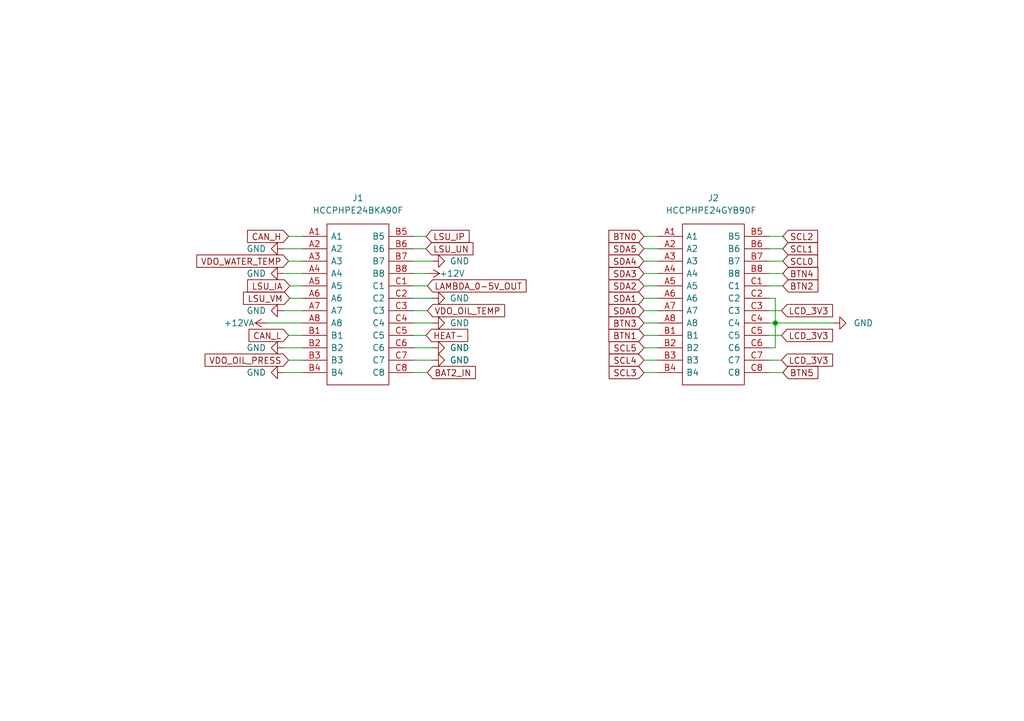
<source format=kicad_sch>
(kicad_sch (version 20230121) (generator eeschema)

  (uuid fdb948e6-9504-4da0-8c11-e12c33315081)

  (paper "A5")

  (title_block
    (title "\"MicroKI\" - Digitale Zusatzanzeigen")
    (date "2023-12-09")
    (rev "P1.1")
    (company "Sascha Werblow aka. LitoWelt")
    (comment 1 "www.github.com/Xilent2010/MicroKI")
    (comment 2 "www.facebook.com/litowelt")
    (comment 3 "www.instagram.com/litowelt")
  )

  (lib_symbols
    (symbol "SamacSys_Parts:HCCPHPE24BKA90F" (pin_names (offset 0.762)) (in_bom yes) (on_board yes)
      (property "Reference" "J" (at 19.05 7.62 0)
        (effects (font (size 1.27 1.27)) (justify left))
      )
      (property "Value" "HCCPHPE24BKA90F" (at 19.05 5.08 0)
        (effects (font (size 1.27 1.27)) (justify left))
      )
      (property "Footprint" "HCCPHPE24BKA90F" (at 19.05 2.54 0)
        (effects (font (size 1.27 1.27)) (justify left) hide)
      )
      (property "Datasheet" "https://componentsearchengine.com/Datasheets/1/HCCPHPE24BKA90F.pdf" (at 19.05 0 0)
        (effects (font (size 1.27 1.27)) (justify left) hide)
      )
      (property "Description" "Automotive Connectors 24 WAY PIN HEADER" (at 19.05 -2.54 0)
        (effects (font (size 1.27 1.27)) (justify left) hide)
      )
      (property "Height" "27" (at 19.05 -5.08 0)
        (effects (font (size 1.27 1.27)) (justify left) hide)
      )
      (property "Mouser Part Number" "649-HCCPHPE24BKA90F" (at 19.05 -7.62 0)
        (effects (font (size 1.27 1.27)) (justify left) hide)
      )
      (property "Mouser Price/Stock" "https://www.mouser.co.uk/ProductDetail/Aptiv-formerly-Delphi/HCCPHPE24BKA90F?qs=HumNWfwekiHLtOzWAlzo4Q%3D%3D" (at 19.05 -10.16 0)
        (effects (font (size 1.27 1.27)) (justify left) hide)
      )
      (property "Manufacturer_Name" "Delphi" (at 19.05 -12.7 0)
        (effects (font (size 1.27 1.27)) (justify left) hide)
      )
      (property "Manufacturer_Part_Number" "HCCPHPE24BKA90F" (at 19.05 -15.24 0)
        (effects (font (size 1.27 1.27)) (justify left) hide)
      )
      (property "ki_description" "Automotive Connectors 24 WAY PIN HEADER" (at 0 0 0)
        (effects (font (size 1.27 1.27)) hide)
      )
      (symbol "HCCPHPE24BKA90F_0_0"
        (pin passive line (at 0 0 0) (length 5.08)
          (name "A1" (effects (font (size 1.27 1.27))))
          (number "A1" (effects (font (size 1.27 1.27))))
        )
        (pin passive line (at 0 -2.54 0) (length 5.08)
          (name "A2" (effects (font (size 1.27 1.27))))
          (number "A2" (effects (font (size 1.27 1.27))))
        )
        (pin passive line (at 0 -5.08 0) (length 5.08)
          (name "A3" (effects (font (size 1.27 1.27))))
          (number "A3" (effects (font (size 1.27 1.27))))
        )
        (pin passive line (at 0 -7.62 0) (length 5.08)
          (name "A4" (effects (font (size 1.27 1.27))))
          (number "A4" (effects (font (size 1.27 1.27))))
        )
        (pin passive line (at 0 -10.16 0) (length 5.08)
          (name "A5" (effects (font (size 1.27 1.27))))
          (number "A5" (effects (font (size 1.27 1.27))))
        )
        (pin passive line (at 0 -12.7 0) (length 5.08)
          (name "A6" (effects (font (size 1.27 1.27))))
          (number "A6" (effects (font (size 1.27 1.27))))
        )
        (pin passive line (at 0 -15.24 0) (length 5.08)
          (name "A7" (effects (font (size 1.27 1.27))))
          (number "A7" (effects (font (size 1.27 1.27))))
        )
        (pin passive line (at 0 -17.78 0) (length 5.08)
          (name "A8" (effects (font (size 1.27 1.27))))
          (number "A8" (effects (font (size 1.27 1.27))))
        )
        (pin passive line (at 0 -20.32 0) (length 5.08)
          (name "B1" (effects (font (size 1.27 1.27))))
          (number "B1" (effects (font (size 1.27 1.27))))
        )
        (pin passive line (at 0 -22.86 0) (length 5.08)
          (name "B2" (effects (font (size 1.27 1.27))))
          (number "B2" (effects (font (size 1.27 1.27))))
        )
        (pin passive line (at 0 -25.4 0) (length 5.08)
          (name "B3" (effects (font (size 1.27 1.27))))
          (number "B3" (effects (font (size 1.27 1.27))))
        )
        (pin passive line (at 0 -27.94 0) (length 5.08)
          (name "B4" (effects (font (size 1.27 1.27))))
          (number "B4" (effects (font (size 1.27 1.27))))
        )
        (pin passive line (at 22.86 0 180) (length 5.08)
          (name "B5" (effects (font (size 1.27 1.27))))
          (number "B5" (effects (font (size 1.27 1.27))))
        )
        (pin passive line (at 22.86 -2.54 180) (length 5.08)
          (name "B6" (effects (font (size 1.27 1.27))))
          (number "B6" (effects (font (size 1.27 1.27))))
        )
        (pin passive line (at 22.86 -5.08 180) (length 5.08)
          (name "B7" (effects (font (size 1.27 1.27))))
          (number "B7" (effects (font (size 1.27 1.27))))
        )
        (pin passive line (at 22.86 -7.62 180) (length 5.08)
          (name "B8" (effects (font (size 1.27 1.27))))
          (number "B8" (effects (font (size 1.27 1.27))))
        )
        (pin passive line (at 22.86 -10.16 180) (length 5.08)
          (name "C1" (effects (font (size 1.27 1.27))))
          (number "C1" (effects (font (size 1.27 1.27))))
        )
        (pin passive line (at 22.86 -12.7 180) (length 5.08)
          (name "C2" (effects (font (size 1.27 1.27))))
          (number "C2" (effects (font (size 1.27 1.27))))
        )
        (pin passive line (at 22.86 -15.24 180) (length 5.08)
          (name "C3" (effects (font (size 1.27 1.27))))
          (number "C3" (effects (font (size 1.27 1.27))))
        )
        (pin passive line (at 22.86 -17.78 180) (length 5.08)
          (name "C4" (effects (font (size 1.27 1.27))))
          (number "C4" (effects (font (size 1.27 1.27))))
        )
        (pin passive line (at 22.86 -20.32 180) (length 5.08)
          (name "C5" (effects (font (size 1.27 1.27))))
          (number "C5" (effects (font (size 1.27 1.27))))
        )
        (pin passive line (at 22.86 -22.86 180) (length 5.08)
          (name "C6" (effects (font (size 1.27 1.27))))
          (number "C6" (effects (font (size 1.27 1.27))))
        )
        (pin passive line (at 22.86 -25.4 180) (length 5.08)
          (name "C7" (effects (font (size 1.27 1.27))))
          (number "C7" (effects (font (size 1.27 1.27))))
        )
        (pin passive line (at 22.86 -27.94 180) (length 5.08)
          (name "C8" (effects (font (size 1.27 1.27))))
          (number "C8" (effects (font (size 1.27 1.27))))
        )
      )
      (symbol "HCCPHPE24BKA90F_0_1"
        (polyline
          (pts
            (xy 5.08 2.54)
            (xy 17.78 2.54)
            (xy 17.78 -30.48)
            (xy 5.08 -30.48)
            (xy 5.08 2.54)
          )
          (stroke (width 0.1524) (type solid))
          (fill (type none))
        )
      )
    )
    (symbol "power:+12V" (power) (pin_names (offset 0)) (in_bom yes) (on_board yes)
      (property "Reference" "#PWR" (at 0 -3.81 0)
        (effects (font (size 1.27 1.27)) hide)
      )
      (property "Value" "+12V" (at 0 3.556 0)
        (effects (font (size 1.27 1.27)))
      )
      (property "Footprint" "" (at 0 0 0)
        (effects (font (size 1.27 1.27)) hide)
      )
      (property "Datasheet" "" (at 0 0 0)
        (effects (font (size 1.27 1.27)) hide)
      )
      (property "ki_keywords" "global power" (at 0 0 0)
        (effects (font (size 1.27 1.27)) hide)
      )
      (property "ki_description" "Power symbol creates a global label with name \"+12V\"" (at 0 0 0)
        (effects (font (size 1.27 1.27)) hide)
      )
      (symbol "+12V_0_1"
        (polyline
          (pts
            (xy -0.762 1.27)
            (xy 0 2.54)
          )
          (stroke (width 0) (type default))
          (fill (type none))
        )
        (polyline
          (pts
            (xy 0 0)
            (xy 0 2.54)
          )
          (stroke (width 0) (type default))
          (fill (type none))
        )
        (polyline
          (pts
            (xy 0 2.54)
            (xy 0.762 1.27)
          )
          (stroke (width 0) (type default))
          (fill (type none))
        )
      )
      (symbol "+12V_1_1"
        (pin power_in line (at 0 0 90) (length 0) hide
          (name "+12V" (effects (font (size 1.27 1.27))))
          (number "1" (effects (font (size 1.27 1.27))))
        )
      )
    )
    (symbol "power:+12VA" (power) (pin_names (offset 0)) (in_bom yes) (on_board yes)
      (property "Reference" "#PWR" (at 0 -3.81 0)
        (effects (font (size 1.27 1.27)) hide)
      )
      (property "Value" "+12VA" (at 0 3.556 0)
        (effects (font (size 1.27 1.27)))
      )
      (property "Footprint" "" (at 0 0 0)
        (effects (font (size 1.27 1.27)) hide)
      )
      (property "Datasheet" "" (at 0 0 0)
        (effects (font (size 1.27 1.27)) hide)
      )
      (property "ki_keywords" "global power" (at 0 0 0)
        (effects (font (size 1.27 1.27)) hide)
      )
      (property "ki_description" "Power symbol creates a global label with name \"+12VA\"" (at 0 0 0)
        (effects (font (size 1.27 1.27)) hide)
      )
      (symbol "+12VA_0_1"
        (polyline
          (pts
            (xy -0.762 1.27)
            (xy 0 2.54)
          )
          (stroke (width 0) (type default))
          (fill (type none))
        )
        (polyline
          (pts
            (xy 0 0)
            (xy 0 2.54)
          )
          (stroke (width 0) (type default))
          (fill (type none))
        )
        (polyline
          (pts
            (xy 0 2.54)
            (xy 0.762 1.27)
          )
          (stroke (width 0) (type default))
          (fill (type none))
        )
      )
      (symbol "+12VA_1_1"
        (pin power_in line (at 0 0 90) (length 0) hide
          (name "+12VA" (effects (font (size 1.27 1.27))))
          (number "1" (effects (font (size 1.27 1.27))))
        )
      )
    )
    (symbol "power:GND" (power) (pin_names (offset 0)) (in_bom yes) (on_board yes)
      (property "Reference" "#PWR" (at 0 -6.35 0)
        (effects (font (size 1.27 1.27)) hide)
      )
      (property "Value" "GND" (at 0 -3.81 0)
        (effects (font (size 1.27 1.27)))
      )
      (property "Footprint" "" (at 0 0 0)
        (effects (font (size 1.27 1.27)) hide)
      )
      (property "Datasheet" "" (at 0 0 0)
        (effects (font (size 1.27 1.27)) hide)
      )
      (property "ki_keywords" "global power" (at 0 0 0)
        (effects (font (size 1.27 1.27)) hide)
      )
      (property "ki_description" "Power symbol creates a global label with name \"GND\" , ground" (at 0 0 0)
        (effects (font (size 1.27 1.27)) hide)
      )
      (symbol "GND_0_1"
        (polyline
          (pts
            (xy 0 0)
            (xy 0 -1.27)
            (xy 1.27 -1.27)
            (xy 0 -2.54)
            (xy -1.27 -1.27)
            (xy 0 -1.27)
          )
          (stroke (width 0) (type default))
          (fill (type none))
        )
      )
      (symbol "GND_1_1"
        (pin power_in line (at 0 0 270) (length 0) hide
          (name "GND" (effects (font (size 1.27 1.27))))
          (number "1" (effects (font (size 1.27 1.27))))
        )
      )
    )
  )

  (junction (at 159.004 66.294) (diameter 0) (color 0 0 0 0)
    (uuid 0d511cf8-364c-472d-9281-5d426ca2011e)
  )

  (wire (pts (xy 160.528 76.454) (xy 157.734 76.454))
    (stroke (width 0) (type default))
    (uuid 011f3f05-a33f-4759-a8d9-fe42a896c3d8)
  )
  (wire (pts (xy 160.528 56.134) (xy 157.734 56.134))
    (stroke (width 0) (type default))
    (uuid 03ca10c6-81bc-4270-8dcc-c71096a14941)
  )
  (wire (pts (xy 132.08 73.914) (xy 134.874 73.914))
    (stroke (width 0) (type default))
    (uuid 079cd0a4-13ba-4c23-9fbc-f9226f848927)
  )
  (wire (pts (xy 88.646 71.374) (xy 84.836 71.374))
    (stroke (width 0) (type default))
    (uuid 0cc2fbf4-c1f1-44cb-ae3e-b15c0986fdcb)
  )
  (wire (pts (xy 59.182 68.834) (xy 61.976 68.834))
    (stroke (width 0) (type default))
    (uuid 10060def-127d-461e-ac50-e15fb9fea16a)
  )
  (wire (pts (xy 59.436 61.214) (xy 61.976 61.214))
    (stroke (width 0) (type default))
    (uuid 12b5665b-8bd5-4bef-9d46-f586f5b5d9a6)
  )
  (wire (pts (xy 132.08 53.594) (xy 134.874 53.594))
    (stroke (width 0) (type default))
    (uuid 233e7f96-2e4f-4af9-a673-6b3b52769aca)
  )
  (wire (pts (xy 87.376 51.054) (xy 84.836 51.054))
    (stroke (width 0) (type default))
    (uuid 26afd863-283e-4f5f-b035-dc1be775e6d5)
  )
  (wire (pts (xy 134.874 63.754) (xy 132.08 63.754))
    (stroke (width 0) (type default))
    (uuid 36af94e8-8110-4095-a68c-d08da08d6e33)
  )
  (wire (pts (xy 132.08 71.374) (xy 134.874 71.374))
    (stroke (width 0) (type default))
    (uuid 3a036921-c477-4149-96e7-3887ec8d2e19)
  )
  (wire (pts (xy 132.08 58.674) (xy 134.874 58.674))
    (stroke (width 0) (type default))
    (uuid 3c66d975-5259-4da3-97d7-86e0d1750c38)
  )
  (wire (pts (xy 160.274 73.914) (xy 157.734 73.914))
    (stroke (width 0) (type default))
    (uuid 3f16dfef-7f96-4691-b96b-507670bd90f7)
  )
  (wire (pts (xy 88.646 73.914) (xy 84.836 73.914))
    (stroke (width 0) (type default))
    (uuid 567d89da-fe53-4887-bd43-3c2d44bd9d37)
  )
  (wire (pts (xy 132.08 61.214) (xy 134.874 61.214))
    (stroke (width 0) (type default))
    (uuid 5e1cec50-11fc-45bd-8522-3c348b584a93)
  )
  (wire (pts (xy 58.166 71.374) (xy 61.976 71.374))
    (stroke (width 0) (type default))
    (uuid 65470ace-a85f-4fb5-a68b-fc4ac7e43526)
  )
  (wire (pts (xy 160.528 51.054) (xy 157.734 51.054))
    (stroke (width 0) (type default))
    (uuid 6a2d8c0b-043d-4943-8148-fa058243d205)
  )
  (wire (pts (xy 132.08 66.294) (xy 134.874 66.294))
    (stroke (width 0) (type default))
    (uuid 6b7b233e-38b3-4fc2-a851-fa18799fe096)
  )
  (wire (pts (xy 160.274 63.754) (xy 157.734 63.754))
    (stroke (width 0) (type default))
    (uuid 6f0d0cf0-8c64-4f7e-a1d3-8f0a8f4a2ddb)
  )
  (wire (pts (xy 59.436 58.674) (xy 61.976 58.674))
    (stroke (width 0) (type default))
    (uuid 79219ba9-24ab-4a71-8002-d49949696cc1)
  )
  (wire (pts (xy 87.63 58.674) (xy 84.836 58.674))
    (stroke (width 0) (type default))
    (uuid 83739f2d-bedd-4344-9cc4-11ebffd51f72)
  )
  (wire (pts (xy 132.08 48.514) (xy 134.874 48.514))
    (stroke (width 0) (type default))
    (uuid 869eb98a-2bf3-496b-86f7-51b28a827e59)
  )
  (wire (pts (xy 87.376 68.834) (xy 84.836 68.834))
    (stroke (width 0) (type default))
    (uuid 889d1936-1417-4828-8ac3-0ed8dfa26d41)
  )
  (wire (pts (xy 159.004 61.214) (xy 157.734 61.214))
    (stroke (width 0) (type default))
    (uuid 8cf3a8c8-bd96-4b5b-a34f-f0ae06a7a43c)
  )
  (wire (pts (xy 159.004 66.294) (xy 157.734 66.294))
    (stroke (width 0) (type default))
    (uuid 90480cef-74a6-495e-a97c-400fcca48e70)
  )
  (wire (pts (xy 132.08 76.454) (xy 134.874 76.454))
    (stroke (width 0) (type default))
    (uuid 91eadee1-b5ec-4a4a-a02f-653fe91f8feb)
  )
  (wire (pts (xy 132.08 68.834) (xy 134.874 68.834))
    (stroke (width 0) (type default))
    (uuid 986e9431-bae1-4edf-ab62-b33067e47bee)
  )
  (wire (pts (xy 58.166 51.054) (xy 61.976 51.054))
    (stroke (width 0) (type default))
    (uuid aecc963d-09a7-46db-a3c7-9fbbcaf42549)
  )
  (wire (pts (xy 160.274 68.834) (xy 157.734 68.834))
    (stroke (width 0) (type default))
    (uuid b5835536-cb6a-4f26-aaf4-403fce850551)
  )
  (wire (pts (xy 159.004 66.294) (xy 159.004 61.214))
    (stroke (width 0) (type default))
    (uuid baa514f3-2887-44e8-92a3-2c288e00f503)
  )
  (wire (pts (xy 87.63 63.754) (xy 84.836 63.754))
    (stroke (width 0) (type default))
    (uuid bcee23f2-66b7-44d0-b885-134445a392dc)
  )
  (wire (pts (xy 59.182 53.594) (xy 61.976 53.594))
    (stroke (width 0) (type default))
    (uuid bcfa453d-490f-4cbb-aac0-991c261343e2)
  )
  (wire (pts (xy 157.734 53.594) (xy 160.528 53.594))
    (stroke (width 0) (type default))
    (uuid bd1f51c7-7bcf-4052-b2d7-5995e4d50477)
  )
  (wire (pts (xy 59.182 73.914) (xy 61.976 73.914))
    (stroke (width 0) (type default))
    (uuid bd9d3e6f-396b-417b-91d5-8f179805d19e)
  )
  (wire (pts (xy 157.734 71.374) (xy 159.004 71.374))
    (stroke (width 0) (type default))
    (uuid c122a9aa-5b95-41f9-8315-397443435be3)
  )
  (wire (pts (xy 58.166 76.454) (xy 61.976 76.454))
    (stroke (width 0) (type default))
    (uuid c3f62562-f015-4662-aadf-ba5534148884)
  )
  (wire (pts (xy 87.63 76.454) (xy 84.836 76.454))
    (stroke (width 0) (type default))
    (uuid cb10b0d6-868e-4123-b7d1-d040ffa73e88)
  )
  (wire (pts (xy 159.004 66.294) (xy 170.942 66.294))
    (stroke (width 0) (type default))
    (uuid cb114bf6-ec45-48a6-a041-046e70c67681)
  )
  (wire (pts (xy 58.166 56.134) (xy 61.976 56.134))
    (stroke (width 0) (type default))
    (uuid d6367114-c401-40d6-9a66-fc6059ceb625)
  )
  (wire (pts (xy 54.864 66.294) (xy 61.976 66.294))
    (stroke (width 0) (type default))
    (uuid d8abbb73-59d8-4bfb-b8ed-756ec5c9d68c)
  )
  (wire (pts (xy 88.646 66.294) (xy 84.836 66.294))
    (stroke (width 0) (type default))
    (uuid dc0466a7-8c50-4310-9ae6-b81b86711d3f)
  )
  (wire (pts (xy 160.528 48.514) (xy 157.734 48.514))
    (stroke (width 0) (type default))
    (uuid ddfbe758-eeff-4dd8-ba0c-e52f58aeeedb)
  )
  (wire (pts (xy 159.004 71.374) (xy 159.004 66.294))
    (stroke (width 0) (type default))
    (uuid e3b62686-945e-4175-b0a7-3450d1a2697e)
  )
  (wire (pts (xy 88.646 53.594) (xy 84.836 53.594))
    (stroke (width 0) (type default))
    (uuid e5b29d4c-4949-4b5d-a2a7-4c8b5a999b41)
  )
  (wire (pts (xy 134.874 56.134) (xy 132.08 56.134))
    (stroke (width 0) (type default))
    (uuid e699fcec-8b45-464f-9000-85d182ccfa6a)
  )
  (wire (pts (xy 59.182 48.514) (xy 61.976 48.514))
    (stroke (width 0) (type default))
    (uuid e72df926-b447-42f2-922f-22278de32d60)
  )
  (wire (pts (xy 132.08 51.054) (xy 134.874 51.054))
    (stroke (width 0) (type default))
    (uuid ecb836f0-5430-4a01-bbff-7650606549c6)
  )
  (wire (pts (xy 58.166 63.754) (xy 61.976 63.754))
    (stroke (width 0) (type default))
    (uuid ed2f6239-f0d5-4119-8626-52c97b927117)
  )
  (wire (pts (xy 88.646 61.214) (xy 84.836 61.214))
    (stroke (width 0) (type default))
    (uuid ef4f12c6-3434-433d-9fce-4fcf595af4bb)
  )
  (wire (pts (xy 87.376 48.514) (xy 84.836 48.514))
    (stroke (width 0) (type default))
    (uuid f65687ae-d1bf-4e1f-ba19-dcc5bce866d3)
  )
  (wire (pts (xy 160.528 58.674) (xy 157.734 58.674))
    (stroke (width 0) (type default))
    (uuid fb0f55a6-5f1a-4707-bf0d-47583a730aba)
  )
  (wire (pts (xy 87.63 56.134) (xy 84.836 56.134))
    (stroke (width 0) (type default))
    (uuid fb2f9744-05f7-4cfe-af80-3a1eaf7bc752)
  )

  (global_label "VDO_WATER_TEMP" (shape input) (at 59.182 53.594 180) (fields_autoplaced)
    (effects (font (size 1.27 1.27)) (justify right))
    (uuid 054910de-815e-4619-887b-bff1bafcacd7)
    (property "Intersheetrefs" "${INTERSHEET_REFS}" (at 39.8079 53.594 0)
      (effects (font (size 1.27 1.27)) (justify right) hide)
    )
  )
  (global_label "SCL2" (shape input) (at 160.528 48.514 0) (fields_autoplaced)
    (effects (font (size 1.27 1.27)) (justify left))
    (uuid 0921316b-7d26-4fab-a42e-96db5eec77c5)
    (property "Intersheetrefs" "${INTERSHEET_REFS}" (at 168.2303 48.514 0)
      (effects (font (size 1.27 1.27)) (justify left) hide)
    )
  )
  (global_label "SCL3" (shape input) (at 132.08 76.454 180) (fields_autoplaced)
    (effects (font (size 1.27 1.27)) (justify right))
    (uuid 0d087691-d16a-4a53-840d-8c28aa2c5889)
    (property "Intersheetrefs" "${INTERSHEET_REFS}" (at 124.3777 76.454 0)
      (effects (font (size 1.27 1.27)) (justify right) hide)
    )
  )
  (global_label "SDA5" (shape input) (at 132.08 51.054 180) (fields_autoplaced)
    (effects (font (size 1.27 1.27)) (justify right))
    (uuid 257afdde-a408-464a-b9c8-e7a7b8e37925)
    (property "Intersheetrefs" "${INTERSHEET_REFS}" (at 124.3172 51.054 0)
      (effects (font (size 1.27 1.27)) (justify right) hide)
    )
  )
  (global_label "LCD_3V3" (shape input) (at 160.274 68.834 0) (fields_autoplaced)
    (effects (font (size 1.27 1.27)) (justify left))
    (uuid 27cf3a17-3fc7-4e81-941f-dbbb375ae030)
    (property "Intersheetrefs" "${INTERSHEET_REFS}" (at 171.3025 68.834 0)
      (effects (font (size 1.27 1.27)) (justify left) hide)
    )
  )
  (global_label "SDA2" (shape input) (at 132.08 58.674 180) (fields_autoplaced)
    (effects (font (size 1.27 1.27)) (justify right))
    (uuid 2d1708b7-3c03-46b0-b978-6d8b0483430a)
    (property "Intersheetrefs" "${INTERSHEET_REFS}" (at 124.3172 58.674 0)
      (effects (font (size 1.27 1.27)) (justify right) hide)
    )
  )
  (global_label "BTN0" (shape input) (at 132.08 48.514 180) (fields_autoplaced)
    (effects (font (size 1.27 1.27)) (justify right))
    (uuid 2fda27fd-14d6-40ee-be34-5b5b6447a582)
    (property "Intersheetrefs" "${INTERSHEET_REFS}" (at 124.3172 48.514 0)
      (effects (font (size 1.27 1.27)) (justify right) hide)
    )
  )
  (global_label "VDO_OIL_PRESS" (shape input) (at 59.182 73.914 180) (fields_autoplaced)
    (effects (font (size 1.27 1.27)) (justify right))
    (uuid 34474037-15f5-41aa-89af-12053100faea)
    (property "Intersheetrefs" "${INTERSHEET_REFS}" (at 41.5011 73.914 0)
      (effects (font (size 1.27 1.27)) (justify right) hide)
    )
  )
  (global_label "LAMBDA_0-5V_OUT" (shape input) (at 87.63 58.674 0) (fields_autoplaced)
    (effects (font (size 1.27 1.27)) (justify left))
    (uuid 52457444-83b3-45c7-b96f-7b949f93d0fe)
    (property "Intersheetrefs" "${INTERSHEET_REFS}" (at 108.4557 58.674 0)
      (effects (font (size 1.27 1.27)) (justify left) hide)
    )
  )
  (global_label "SDA3" (shape input) (at 132.08 56.134 180) (fields_autoplaced)
    (effects (font (size 1.27 1.27)) (justify right))
    (uuid 5b997e4c-41ce-4570-9511-d54fa88d4f5a)
    (property "Intersheetrefs" "${INTERSHEET_REFS}" (at 124.3172 56.134 0)
      (effects (font (size 1.27 1.27)) (justify right) hide)
    )
  )
  (global_label "BTN4" (shape input) (at 160.528 56.134 0) (fields_autoplaced)
    (effects (font (size 1.27 1.27)) (justify left))
    (uuid 5dfd8b14-db15-42b7-b71a-bc3cff39b7de)
    (property "Intersheetrefs" "${INTERSHEET_REFS}" (at 168.2908 56.134 0)
      (effects (font (size 1.27 1.27)) (justify left) hide)
    )
  )
  (global_label "SCL5" (shape input) (at 132.08 71.374 180) (fields_autoplaced)
    (effects (font (size 1.27 1.27)) (justify right))
    (uuid 616f932c-62e5-4f97-8626-1f05779481bd)
    (property "Intersheetrefs" "${INTERSHEET_REFS}" (at 124.3777 71.374 0)
      (effects (font (size 1.27 1.27)) (justify right) hide)
    )
  )
  (global_label "SDA4" (shape input) (at 132.08 53.594 180) (fields_autoplaced)
    (effects (font (size 1.27 1.27)) (justify right))
    (uuid 6db8f776-5282-49f4-a8b7-530a10cb0f39)
    (property "Intersheetrefs" "${INTERSHEET_REFS}" (at 124.3172 53.594 0)
      (effects (font (size 1.27 1.27)) (justify right) hide)
    )
  )
  (global_label "CAN_H" (shape input) (at 59.182 48.514 180) (fields_autoplaced)
    (effects (font (size 1.27 1.27)) (justify right))
    (uuid 70f3efac-c5f5-49cb-b92b-20e42fb42dd0)
    (property "Intersheetrefs" "${INTERSHEET_REFS}" (at 50.2096 48.514 0)
      (effects (font (size 1.27 1.27)) (justify right) hide)
    )
  )
  (global_label "LCD_3V3" (shape input) (at 160.274 73.914 0) (fields_autoplaced)
    (effects (font (size 1.27 1.27)) (justify left))
    (uuid 7b14a303-6e05-4a24-b337-54613f18337e)
    (property "Intersheetrefs" "${INTERSHEET_REFS}" (at 171.3025 73.914 0)
      (effects (font (size 1.27 1.27)) (justify left) hide)
    )
  )
  (global_label "LSU_IA" (shape input) (at 59.436 58.674 180) (fields_autoplaced)
    (effects (font (size 1.27 1.27)) (justify right))
    (uuid 7de764bb-6bb4-4de6-8e3c-4964a26cac76)
    (property "Intersheetrefs" "${INTERSHEET_REFS}" (at 50.2217 58.674 0)
      (effects (font (size 1.27 1.27)) (justify right) hide)
    )
  )
  (global_label "LSU_UN" (shape input) (at 87.376 51.054 0) (fields_autoplaced)
    (effects (font (size 1.27 1.27)) (justify left))
    (uuid 88628c11-559e-4b94-ad87-8fd42e0cf7fb)
    (property "Intersheetrefs" "${INTERSHEET_REFS}" (at 97.5579 51.054 0)
      (effects (font (size 1.27 1.27)) (justify left) hide)
    )
  )
  (global_label "SDA1" (shape input) (at 132.08 61.214 180) (fields_autoplaced)
    (effects (font (size 1.27 1.27)) (justify right))
    (uuid 9c0bec5f-b949-4817-ae84-22054bf9405e)
    (property "Intersheetrefs" "${INTERSHEET_REFS}" (at 124.3172 61.214 0)
      (effects (font (size 1.27 1.27)) (justify right) hide)
    )
  )
  (global_label "SCL0" (shape input) (at 160.528 53.594 0) (fields_autoplaced)
    (effects (font (size 1.27 1.27)) (justify left))
    (uuid a6570001-df33-4981-bfb6-7c8e5a767772)
    (property "Intersheetrefs" "${INTERSHEET_REFS}" (at 168.2303 53.594 0)
      (effects (font (size 1.27 1.27)) (justify left) hide)
    )
  )
  (global_label "SCL1" (shape input) (at 160.528 51.054 0) (fields_autoplaced)
    (effects (font (size 1.27 1.27)) (justify left))
    (uuid a7f14d28-77cf-43b1-90f8-194ddf3c5a7f)
    (property "Intersheetrefs" "${INTERSHEET_REFS}" (at 168.2303 51.054 0)
      (effects (font (size 1.27 1.27)) (justify left) hide)
    )
  )
  (global_label "LSU_VM" (shape input) (at 59.436 61.214 180) (fields_autoplaced)
    (effects (font (size 1.27 1.27)) (justify right))
    (uuid ab008109-b4d8-4820-9580-692a15bb7199)
    (property "Intersheetrefs" "${INTERSHEET_REFS}" (at 49.3751 61.214 0)
      (effects (font (size 1.27 1.27)) (justify right) hide)
    )
  )
  (global_label "BAT2_IN" (shape input) (at 87.63 76.454 0) (fields_autoplaced)
    (effects (font (size 1.27 1.27)) (justify left))
    (uuid af0cac80-fa7e-471e-b9cf-e362a295af9e)
    (property "Intersheetrefs" "${INTERSHEET_REFS}" (at 98.0538 76.454 0)
      (effects (font (size 1.27 1.27)) (justify left) hide)
    )
  )
  (global_label "LCD_3V3" (shape input) (at 160.274 63.754 0) (fields_autoplaced)
    (effects (font (size 1.27 1.27)) (justify left))
    (uuid b32735df-0c72-4559-8e88-3f29ea7b4491)
    (property "Intersheetrefs" "${INTERSHEET_REFS}" (at 171.3025 63.754 0)
      (effects (font (size 1.27 1.27)) (justify left) hide)
    )
  )
  (global_label "SDA0" (shape input) (at 132.08 63.754 180) (fields_autoplaced)
    (effects (font (size 1.27 1.27)) (justify right))
    (uuid c36eccdb-c176-410b-9ef3-c2a2ff49d335)
    (property "Intersheetrefs" "${INTERSHEET_REFS}" (at 124.3172 63.754 0)
      (effects (font (size 1.27 1.27)) (justify right) hide)
    )
  )
  (global_label "VDO_OIL_TEMP" (shape input) (at 87.63 63.754 0) (fields_autoplaced)
    (effects (font (size 1.27 1.27)) (justify left))
    (uuid c812caf9-a071-4c48-bc93-ec7ac281c647)
    (property "Intersheetrefs" "${INTERSHEET_REFS}" (at 104.0409 63.754 0)
      (effects (font (size 1.27 1.27)) (justify left) hide)
    )
  )
  (global_label "SCL4" (shape input) (at 132.08 73.914 180) (fields_autoplaced)
    (effects (font (size 1.27 1.27)) (justify right))
    (uuid cb874855-406f-4dda-9cbb-d053d0438d82)
    (property "Intersheetrefs" "${INTERSHEET_REFS}" (at 124.3777 73.914 0)
      (effects (font (size 1.27 1.27)) (justify right) hide)
    )
  )
  (global_label "BTN2" (shape input) (at 160.528 58.674 0) (fields_autoplaced)
    (effects (font (size 1.27 1.27)) (justify left))
    (uuid cb8a4e7d-3551-41ab-9ee8-4192df05cecd)
    (property "Intersheetrefs" "${INTERSHEET_REFS}" (at 168.2908 58.674 0)
      (effects (font (size 1.27 1.27)) (justify left) hide)
    )
  )
  (global_label "BTN5" (shape input) (at 160.528 76.454 0) (fields_autoplaced)
    (effects (font (size 1.27 1.27)) (justify left))
    (uuid df074c43-72c8-43e2-be23-e06b7ace3b49)
    (property "Intersheetrefs" "${INTERSHEET_REFS}" (at 168.2908 76.454 0)
      (effects (font (size 1.27 1.27)) (justify left) hide)
    )
  )
  (global_label "BTN3" (shape input) (at 132.08 66.294 180) (fields_autoplaced)
    (effects (font (size 1.27 1.27)) (justify right))
    (uuid e2ea8c29-fd6f-4219-8f00-3cbfd672cafb)
    (property "Intersheetrefs" "${INTERSHEET_REFS}" (at 124.3172 66.294 0)
      (effects (font (size 1.27 1.27)) (justify right) hide)
    )
  )
  (global_label "CAN_L" (shape input) (at 59.182 68.834 180) (fields_autoplaced)
    (effects (font (size 1.27 1.27)) (justify right))
    (uuid ecb13312-9672-4a65-9bf5-a347c34cdc0f)
    (property "Intersheetrefs" "${INTERSHEET_REFS}" (at 50.512 68.834 0)
      (effects (font (size 1.27 1.27)) (justify right) hide)
    )
  )
  (global_label "LSU_IP" (shape input) (at 87.376 48.514 0) (fields_autoplaced)
    (effects (font (size 1.27 1.27)) (justify left))
    (uuid f16961d4-4378-4c49-9f48-94bb2e384a13)
    (property "Intersheetrefs" "${INTERSHEET_REFS}" (at 96.7717 48.514 0)
      (effects (font (size 1.27 1.27)) (justify left) hide)
    )
  )
  (global_label "BTN1" (shape input) (at 132.08 68.834 180) (fields_autoplaced)
    (effects (font (size 1.27 1.27)) (justify right))
    (uuid f3ebdf18-3eb1-4840-b6df-ea9969f3e523)
    (property "Intersheetrefs" "${INTERSHEET_REFS}" (at 124.3172 68.834 0)
      (effects (font (size 1.27 1.27)) (justify right) hide)
    )
  )
  (global_label "HEAT-" (shape input) (at 87.376 68.834 0) (fields_autoplaced)
    (effects (font (size 1.27 1.27)) (justify left))
    (uuid f5afbb2a-d3b9-401f-8a86-af1be5e0c5e9)
    (property "Intersheetrefs" "${INTERSHEET_REFS}" (at 96.4693 68.834 0)
      (effects (font (size 1.27 1.27)) (justify left) hide)
    )
  )

  (symbol (lib_id "power:GND") (at 88.646 73.914 90) (unit 1)
    (in_bom yes) (on_board yes) (dnp no) (fields_autoplaced)
    (uuid 0204aafd-5b2a-44c7-8a84-da1f82af683e)
    (property "Reference" "#PWR015" (at 94.996 73.914 0)
      (effects (font (size 1.27 1.27)) hide)
    )
    (property "Value" "GND" (at 92.202 73.914 90)
      (effects (font (size 1.27 1.27)) (justify right))
    )
    (property "Footprint" "" (at 88.646 73.914 0)
      (effects (font (size 1.27 1.27)) hide)
    )
    (property "Datasheet" "" (at 88.646 73.914 0)
      (effects (font (size 1.27 1.27)) hide)
    )
    (pin "1" (uuid 790c1b5d-23b6-4dcc-956f-be264fe1f11a))
    (instances
      (project "MicroKI"
        (path "/b52cb6cc-e548-4f7b-a39a-793f2389ec7d"
          (reference "#PWR015") (unit 1)
        )
        (path "/b52cb6cc-e548-4f7b-a39a-793f2389ec7d/2d0b9978-0111-4bcb-8050-5122f21c8d5f"
          (reference "#PWR095") (unit 1)
        )
      )
    )
  )

  (symbol (lib_id "power:GND") (at 58.166 63.754 270) (unit 1)
    (in_bom yes) (on_board yes) (dnp no) (fields_autoplaced)
    (uuid 09d7b730-48e9-46de-a133-b45b7a9b41df)
    (property "Reference" "#PWR015" (at 51.816 63.754 0)
      (effects (font (size 1.27 1.27)) hide)
    )
    (property "Value" "GND" (at 54.61 63.754 90)
      (effects (font (size 1.27 1.27)) (justify right))
    )
    (property "Footprint" "" (at 58.166 63.754 0)
      (effects (font (size 1.27 1.27)) hide)
    )
    (property "Datasheet" "" (at 58.166 63.754 0)
      (effects (font (size 1.27 1.27)) hide)
    )
    (pin "1" (uuid 7dce331c-28e4-42a2-9332-d9bcf0a67d01))
    (instances
      (project "MicroKI"
        (path "/b52cb6cc-e548-4f7b-a39a-793f2389ec7d"
          (reference "#PWR015") (unit 1)
        )
        (path "/b52cb6cc-e548-4f7b-a39a-793f2389ec7d/2d0b9978-0111-4bcb-8050-5122f21c8d5f"
          (reference "#PWR087") (unit 1)
        )
      )
    )
  )

  (symbol (lib_id "power:GND") (at 88.646 61.214 90) (unit 1)
    (in_bom yes) (on_board yes) (dnp no) (fields_autoplaced)
    (uuid 1f1e352a-6d6f-45cb-b6d6-f9aec4f7fbc4)
    (property "Reference" "#PWR015" (at 94.996 61.214 0)
      (effects (font (size 1.27 1.27)) hide)
    )
    (property "Value" "GND" (at 92.202 61.214 90)
      (effects (font (size 1.27 1.27)) (justify right))
    )
    (property "Footprint" "" (at 88.646 61.214 0)
      (effects (font (size 1.27 1.27)) hide)
    )
    (property "Datasheet" "" (at 88.646 61.214 0)
      (effects (font (size 1.27 1.27)) hide)
    )
    (pin "1" (uuid 10380297-b05b-447c-9605-cd5b89c812ae))
    (instances
      (project "MicroKI"
        (path "/b52cb6cc-e548-4f7b-a39a-793f2389ec7d"
          (reference "#PWR015") (unit 1)
        )
        (path "/b52cb6cc-e548-4f7b-a39a-793f2389ec7d/2d0b9978-0111-4bcb-8050-5122f21c8d5f"
          (reference "#PWR092") (unit 1)
        )
      )
    )
  )

  (symbol (lib_id "power:GND") (at 58.166 76.454 270) (unit 1)
    (in_bom yes) (on_board yes) (dnp no) (fields_autoplaced)
    (uuid 290cab0b-8bab-4815-846d-a19049652b0c)
    (property "Reference" "#PWR015" (at 51.816 76.454 0)
      (effects (font (size 1.27 1.27)) hide)
    )
    (property "Value" "GND" (at 54.61 76.454 90)
      (effects (font (size 1.27 1.27)) (justify right))
    )
    (property "Footprint" "" (at 58.166 76.454 0)
      (effects (font (size 1.27 1.27)) hide)
    )
    (property "Datasheet" "" (at 58.166 76.454 0)
      (effects (font (size 1.27 1.27)) hide)
    )
    (pin "1" (uuid 56b69668-2d35-49a9-8b19-e6d57f98a91a))
    (instances
      (project "MicroKI"
        (path "/b52cb6cc-e548-4f7b-a39a-793f2389ec7d"
          (reference "#PWR015") (unit 1)
        )
        (path "/b52cb6cc-e548-4f7b-a39a-793f2389ec7d/2d0b9978-0111-4bcb-8050-5122f21c8d5f"
          (reference "#PWR089") (unit 1)
        )
      )
    )
  )

  (symbol (lib_id "power:GND") (at 170.942 66.294 90) (unit 1)
    (in_bom yes) (on_board yes) (dnp no) (fields_autoplaced)
    (uuid 316394e2-c4e9-4fad-a3b4-33c088e8e5cf)
    (property "Reference" "#PWR020" (at 177.292 66.294 0)
      (effects (font (size 1.27 1.27)) hide)
    )
    (property "Value" "GND" (at 175.006 66.294 90)
      (effects (font (size 1.27 1.27)) (justify right))
    )
    (property "Footprint" "" (at 170.942 66.294 0)
      (effects (font (size 1.27 1.27)) hide)
    )
    (property "Datasheet" "" (at 170.942 66.294 0)
      (effects (font (size 1.27 1.27)) hide)
    )
    (pin "1" (uuid 50b66b3a-6f1c-4877-8eae-98eb2ec541d6))
    (instances
      (project "MicroKI"
        (path "/b52cb6cc-e548-4f7b-a39a-793f2389ec7d"
          (reference "#PWR020") (unit 1)
        )
        (path "/b52cb6cc-e548-4f7b-a39a-793f2389ec7d/2d0b9978-0111-4bcb-8050-5122f21c8d5f"
          (reference "#PWR096") (unit 1)
        )
      )
    )
  )

  (symbol (lib_id "power:GND") (at 58.166 71.374 270) (unit 1)
    (in_bom yes) (on_board yes) (dnp no) (fields_autoplaced)
    (uuid 44f7ee91-4c43-4810-a0b2-44e400b0fd07)
    (property "Reference" "#PWR015" (at 51.816 71.374 0)
      (effects (font (size 1.27 1.27)) hide)
    )
    (property "Value" "GND" (at 54.61 71.374 90)
      (effects (font (size 1.27 1.27)) (justify right))
    )
    (property "Footprint" "" (at 58.166 71.374 0)
      (effects (font (size 1.27 1.27)) hide)
    )
    (property "Datasheet" "" (at 58.166 71.374 0)
      (effects (font (size 1.27 1.27)) hide)
    )
    (pin "1" (uuid 6ec057ed-46d7-4d57-9ca0-16caecbe5005))
    (instances
      (project "MicroKI"
        (path "/b52cb6cc-e548-4f7b-a39a-793f2389ec7d"
          (reference "#PWR015") (unit 1)
        )
        (path "/b52cb6cc-e548-4f7b-a39a-793f2389ec7d/2d0b9978-0111-4bcb-8050-5122f21c8d5f"
          (reference "#PWR088") (unit 1)
        )
      )
    )
  )

  (symbol (lib_id "power:+12VA") (at 54.864 66.294 90) (unit 1)
    (in_bom yes) (on_board yes) (dnp no)
    (uuid 7e70dc5e-10e8-4a0c-8995-9f6b6de62c42)
    (property "Reference" "#PWR018" (at 58.674 66.294 0)
      (effects (font (size 1.27 1.27)) hide)
    )
    (property "Value" "+12VA" (at 49.022 66.294 90)
      (effects (font (size 1.27 1.27)))
    )
    (property "Footprint" "" (at 54.864 66.294 0)
      (effects (font (size 1.27 1.27)) hide)
    )
    (property "Datasheet" "" (at 54.864 66.294 0)
      (effects (font (size 1.27 1.27)) hide)
    )
    (pin "1" (uuid f06e86e4-0fd0-4252-a4fc-7f15b146b9cf))
    (instances
      (project "MicroKI"
        (path "/b52cb6cc-e548-4f7b-a39a-793f2389ec7d"
          (reference "#PWR018") (unit 1)
        )
        (path "/b52cb6cc-e548-4f7b-a39a-793f2389ec7d/2d0b9978-0111-4bcb-8050-5122f21c8d5f"
          (reference "#PWR084") (unit 1)
        )
      )
    )
  )

  (symbol (lib_id "SamacSys_Parts:HCCPHPE24BKA90F") (at 134.874 48.514 0) (unit 1)
    (in_bom yes) (on_board yes) (dnp no) (fields_autoplaced)
    (uuid 9bcce1f0-d936-4fea-9e87-e8873acc8b6e)
    (property "Reference" "J2" (at 146.304 40.64 0)
      (effects (font (size 1.27 1.27)))
    )
    (property "Value" "HCCPHPE24GYB90F " (at 146.304 43.18 0)
      (effects (font (size 1.27 1.27)))
    )
    (property "Footprint" "SamacSys_Parts:HCCPHPE24BKA90F" (at 153.924 45.974 0)
      (effects (font (size 1.27 1.27)) (justify left) hide)
    )
    (property "Datasheet" "https://componentsearchengine.com/Datasheets/1/HCCPHPE24BKA90F.pdf" (at 153.924 48.514 0)
      (effects (font (size 1.27 1.27)) (justify left) hide)
    )
    (property "Description" "Automotive Connectors 24 WAY PIN HEADER" (at 153.924 51.054 0)
      (effects (font (size 1.27 1.27)) (justify left) hide)
    )
    (property "Height" "27" (at 153.924 53.594 0)
      (effects (font (size 1.27 1.27)) (justify left) hide)
    )
    (property "Mouser Part Number" "649-HCCPHPE24GYB90F " (at 153.924 56.134 0)
      (effects (font (size 1.27 1.27)) (justify left) hide)
    )
    (property "Mouser Price/Stock" "https://www.mouser.co.uk/ProductDetail/Aptiv-formerly-Delphi/HCCPHPE24BKA90F?qs=HumNWfwekiHLtOzWAlzo4Q%3D%3D" (at 153.924 58.674 0)
      (effects (font (size 1.27 1.27)) (justify left) hide)
    )
    (property "Manufacturer_Name" "Delphi" (at 153.924 61.214 0)
      (effects (font (size 1.27 1.27)) (justify left) hide)
    )
    (property "Manufacturer_Part_Number" "HCCPHPE24BKA90F" (at 153.924 63.754 0)
      (effects (font (size 1.27 1.27)) (justify left) hide)
    )
    (pin "A1" (uuid b1ea7c31-99a4-42c2-8bd1-8f937fe32c45))
    (pin "A2" (uuid 0cb4e2ed-f7b5-4d15-8bfc-4672ed457271))
    (pin "A3" (uuid eab073e4-1a82-4587-be10-8bd7617373cc))
    (pin "A4" (uuid 50bc6dd7-6d4d-436a-8d15-3b1514e65ab6))
    (pin "A5" (uuid 33034335-cc09-4a7d-b950-67665468fa09))
    (pin "A6" (uuid f8c2a494-c142-4eac-8432-efff9f36fe88))
    (pin "A7" (uuid 36dcb463-6ca1-4662-8d14-1c82fbfd4ba8))
    (pin "A8" (uuid 6167b25b-490e-41bb-bbfb-21483cc3c9d1))
    (pin "B1" (uuid 31d4da5f-428b-4f17-8b29-9107720957d9))
    (pin "B2" (uuid 85952fc6-b99a-4a30-8739-771e44e6b5a2))
    (pin "B3" (uuid bd84961d-5092-4edd-8d83-53fe8336264b))
    (pin "B4" (uuid ebb03958-34ae-41a0-9242-e76b868184af))
    (pin "B5" (uuid efce79bb-6553-48a4-b5bd-e8bdf1d6b71f))
    (pin "B6" (uuid 766ae897-2fa9-44f5-9a7a-f806e26b82b2))
    (pin "B7" (uuid f5f5028e-9b19-45d9-9e95-7ae7da351169))
    (pin "B8" (uuid a5f6aca6-593a-4b69-a457-06e749099390))
    (pin "C1" (uuid 23dffcd2-aeae-4e78-b7f3-89d97a1476dd))
    (pin "C2" (uuid 49ef26c7-af37-4c95-8a96-3e3ebb11cb2e))
    (pin "C3" (uuid a144eb7e-fa49-453c-b13b-de35867eb092))
    (pin "C4" (uuid cd88eeae-e252-4c34-9992-b0a4ee37906d))
    (pin "C5" (uuid a0f3dcbf-41a9-447d-bb4b-5721be9b8a71))
    (pin "C6" (uuid 53ca99a6-2d6d-4966-a0f1-095afac68dbd))
    (pin "C7" (uuid 7a0c16db-23a6-4c06-aab3-5e201b7e1a0d))
    (pin "C8" (uuid e6159083-34c4-45fc-b735-aae3e27c3fb2))
    (instances
      (project "MicroKI"
        (path "/b52cb6cc-e548-4f7b-a39a-793f2389ec7d/2d0b9978-0111-4bcb-8050-5122f21c8d5f"
          (reference "J2") (unit 1)
        )
      )
    )
  )

  (symbol (lib_id "power:+12V") (at 87.63 56.134 270) (unit 1)
    (in_bom yes) (on_board yes) (dnp no)
    (uuid ac67215d-cfc2-4cc8-9e43-d99310ebc118)
    (property "Reference" "#PWR071" (at 83.82 56.134 0)
      (effects (font (size 1.27 1.27)) hide)
    )
    (property "Value" "+12V" (at 92.71 56.134 90)
      (effects (font (size 1.27 1.27)))
    )
    (property "Footprint" "" (at 87.63 56.134 0)
      (effects (font (size 1.27 1.27)) hide)
    )
    (property "Datasheet" "" (at 87.63 56.134 0)
      (effects (font (size 1.27 1.27)) hide)
    )
    (pin "1" (uuid 65672dc8-1f70-4b34-bc32-77bcf0487ed3))
    (instances
      (project "MicroKI"
        (path "/b52cb6cc-e548-4f7b-a39a-793f2389ec7d/88031553-03d9-4627-86ed-868d9631e7c1"
          (reference "#PWR071") (unit 1)
        )
        (path "/b52cb6cc-e548-4f7b-a39a-793f2389ec7d"
          (reference "#PWR021") (unit 1)
        )
        (path "/b52cb6cc-e548-4f7b-a39a-793f2389ec7d/2d0b9978-0111-4bcb-8050-5122f21c8d5f"
          (reference "#PWR090") (unit 1)
        )
      )
    )
  )

  (symbol (lib_id "power:GND") (at 88.646 53.594 90) (unit 1)
    (in_bom yes) (on_board yes) (dnp no) (fields_autoplaced)
    (uuid b38e1695-719d-4302-8190-844fad072dc0)
    (property "Reference" "#PWR015" (at 94.996 53.594 0)
      (effects (font (size 1.27 1.27)) hide)
    )
    (property "Value" "GND" (at 92.202 53.594 90)
      (effects (font (size 1.27 1.27)) (justify right))
    )
    (property "Footprint" "" (at 88.646 53.594 0)
      (effects (font (size 1.27 1.27)) hide)
    )
    (property "Datasheet" "" (at 88.646 53.594 0)
      (effects (font (size 1.27 1.27)) hide)
    )
    (pin "1" (uuid 2ce9805f-b87c-42bc-afdc-df4588089edc))
    (instances
      (project "MicroKI"
        (path "/b52cb6cc-e548-4f7b-a39a-793f2389ec7d"
          (reference "#PWR015") (unit 1)
        )
        (path "/b52cb6cc-e548-4f7b-a39a-793f2389ec7d/2d0b9978-0111-4bcb-8050-5122f21c8d5f"
          (reference "#PWR091") (unit 1)
        )
      )
    )
  )

  (symbol (lib_id "power:GND") (at 88.646 66.294 90) (unit 1)
    (in_bom yes) (on_board yes) (dnp no) (fields_autoplaced)
    (uuid b6c2475f-4215-43be-8501-3458d68487b1)
    (property "Reference" "#PWR015" (at 94.996 66.294 0)
      (effects (font (size 1.27 1.27)) hide)
    )
    (property "Value" "GND" (at 92.202 66.294 90)
      (effects (font (size 1.27 1.27)) (justify right))
    )
    (property "Footprint" "" (at 88.646 66.294 0)
      (effects (font (size 1.27 1.27)) hide)
    )
    (property "Datasheet" "" (at 88.646 66.294 0)
      (effects (font (size 1.27 1.27)) hide)
    )
    (pin "1" (uuid 86f88f6d-4c3b-4c55-a621-820f79e8b110))
    (instances
      (project "MicroKI"
        (path "/b52cb6cc-e548-4f7b-a39a-793f2389ec7d"
          (reference "#PWR015") (unit 1)
        )
        (path "/b52cb6cc-e548-4f7b-a39a-793f2389ec7d/2d0b9978-0111-4bcb-8050-5122f21c8d5f"
          (reference "#PWR093") (unit 1)
        )
      )
    )
  )

  (symbol (lib_id "power:GND") (at 58.166 56.134 270) (unit 1)
    (in_bom yes) (on_board yes) (dnp no) (fields_autoplaced)
    (uuid d48f86bb-9051-47e7-ba58-d26ed5409bd7)
    (property "Reference" "#PWR015" (at 51.816 56.134 0)
      (effects (font (size 1.27 1.27)) hide)
    )
    (property "Value" "GND" (at 54.61 56.134 90)
      (effects (font (size 1.27 1.27)) (justify right))
    )
    (property "Footprint" "" (at 58.166 56.134 0)
      (effects (font (size 1.27 1.27)) hide)
    )
    (property "Datasheet" "" (at 58.166 56.134 0)
      (effects (font (size 1.27 1.27)) hide)
    )
    (pin "1" (uuid 8fd48fcf-fe3e-4942-8876-a471b5d9c71f))
    (instances
      (project "MicroKI"
        (path "/b52cb6cc-e548-4f7b-a39a-793f2389ec7d"
          (reference "#PWR015") (unit 1)
        )
        (path "/b52cb6cc-e548-4f7b-a39a-793f2389ec7d/2d0b9978-0111-4bcb-8050-5122f21c8d5f"
          (reference "#PWR086") (unit 1)
        )
      )
    )
  )

  (symbol (lib_id "power:GND") (at 58.166 51.054 270) (unit 1)
    (in_bom yes) (on_board yes) (dnp no) (fields_autoplaced)
    (uuid e1ffb7f2-c9f7-4e57-8cc8-c67586429da4)
    (property "Reference" "#PWR015" (at 51.816 51.054 0)
      (effects (font (size 1.27 1.27)) hide)
    )
    (property "Value" "GND" (at 54.61 51.054 90)
      (effects (font (size 1.27 1.27)) (justify right))
    )
    (property "Footprint" "" (at 58.166 51.054 0)
      (effects (font (size 1.27 1.27)) hide)
    )
    (property "Datasheet" "" (at 58.166 51.054 0)
      (effects (font (size 1.27 1.27)) hide)
    )
    (pin "1" (uuid c450afd0-41a6-4387-8d4a-96a4939198a0))
    (instances
      (project "MicroKI"
        (path "/b52cb6cc-e548-4f7b-a39a-793f2389ec7d"
          (reference "#PWR015") (unit 1)
        )
        (path "/b52cb6cc-e548-4f7b-a39a-793f2389ec7d/2d0b9978-0111-4bcb-8050-5122f21c8d5f"
          (reference "#PWR085") (unit 1)
        )
      )
    )
  )

  (symbol (lib_id "power:GND") (at 88.646 71.374 90) (unit 1)
    (in_bom yes) (on_board yes) (dnp no) (fields_autoplaced)
    (uuid f212275e-e7c7-4446-979a-9c632d341bb9)
    (property "Reference" "#PWR015" (at 94.996 71.374 0)
      (effects (font (size 1.27 1.27)) hide)
    )
    (property "Value" "GND" (at 92.202 71.374 90)
      (effects (font (size 1.27 1.27)) (justify right))
    )
    (property "Footprint" "" (at 88.646 71.374 0)
      (effects (font (size 1.27 1.27)) hide)
    )
    (property "Datasheet" "" (at 88.646 71.374 0)
      (effects (font (size 1.27 1.27)) hide)
    )
    (pin "1" (uuid 67022658-58ee-42d7-973b-31396a3ae88d))
    (instances
      (project "MicroKI"
        (path "/b52cb6cc-e548-4f7b-a39a-793f2389ec7d"
          (reference "#PWR015") (unit 1)
        )
        (path "/b52cb6cc-e548-4f7b-a39a-793f2389ec7d/2d0b9978-0111-4bcb-8050-5122f21c8d5f"
          (reference "#PWR094") (unit 1)
        )
      )
    )
  )

  (symbol (lib_id "SamacSys_Parts:HCCPHPE24BKA90F") (at 61.976 48.514 0) (unit 1)
    (in_bom yes) (on_board yes) (dnp no) (fields_autoplaced)
    (uuid f9fbff16-c7d7-444e-a4e2-c932a08b2d70)
    (property "Reference" "J1" (at 73.406 40.64 0)
      (effects (font (size 1.27 1.27)))
    )
    (property "Value" "HCCPHPE24BKA90F" (at 73.406 43.18 0)
      (effects (font (size 1.27 1.27)))
    )
    (property "Footprint" "SamacSys_Parts:HCCPHPE24BKA90F" (at 81.026 45.974 0)
      (effects (font (size 1.27 1.27)) (justify left) hide)
    )
    (property "Datasheet" "https://componentsearchengine.com/Datasheets/1/HCCPHPE24BKA90F.pdf" (at 81.026 48.514 0)
      (effects (font (size 1.27 1.27)) (justify left) hide)
    )
    (property "Description" "Automotive Connectors 24 WAY PIN HEADER" (at 81.026 51.054 0)
      (effects (font (size 1.27 1.27)) (justify left) hide)
    )
    (property "Height" "27" (at 81.026 53.594 0)
      (effects (font (size 1.27 1.27)) (justify left) hide)
    )
    (property "Mouser Part Number" "649-HCCPHPE24BKA90F" (at 81.026 56.134 0)
      (effects (font (size 1.27 1.27)) (justify left) hide)
    )
    (property "Mouser Price/Stock" "https://www.mouser.co.uk/ProductDetail/Aptiv-formerly-Delphi/HCCPHPE24BKA90F?qs=HumNWfwekiHLtOzWAlzo4Q%3D%3D" (at 81.026 58.674 0)
      (effects (font (size 1.27 1.27)) (justify left) hide)
    )
    (property "Manufacturer_Name" "Delphi" (at 81.026 61.214 0)
      (effects (font (size 1.27 1.27)) (justify left) hide)
    )
    (property "Manufacturer_Part_Number" "HCCPHPE24BKA90F" (at 81.026 63.754 0)
      (effects (font (size 1.27 1.27)) (justify left) hide)
    )
    (pin "A1" (uuid b6692028-0641-4b23-9003-db04f5b345d7))
    (pin "A2" (uuid 4dde309f-e14a-471a-8028-f63792607776))
    (pin "A3" (uuid f1443858-fcc7-43e3-91b0-651cb008ce5c))
    (pin "A4" (uuid 5cfbe3dd-206c-4dc4-be06-a3633b7a5218))
    (pin "A5" (uuid 06ab17f1-d95b-4ea3-bd00-16fc3ea3823c))
    (pin "A6" (uuid 83edb421-ed87-4a75-8ca9-b2cc40c4fe35))
    (pin "A7" (uuid 2f429de0-a9fe-46d7-8ad9-781401ccafc4))
    (pin "A8" (uuid fc9fbee6-f68a-44e0-bf0f-6fb80adeaa79))
    (pin "B1" (uuid 6389dfbd-296e-4e41-b2f3-e665c586ae34))
    (pin "B2" (uuid 7a82b5bd-84ad-471a-b3a2-e5321e12ea8d))
    (pin "B3" (uuid a537b101-8a66-4ee4-98a6-eebb9f926d4b))
    (pin "B4" (uuid 9b9cc47d-1075-442d-8ac0-6d707fd1f003))
    (pin "B5" (uuid d52ac790-ac26-45a6-9ba7-687bb30e106d))
    (pin "B6" (uuid 256e6ecb-0822-42ea-bd4d-7264560cde16))
    (pin "B7" (uuid 3bafdf5d-dc82-4bba-8a4d-6efc8c2fe797))
    (pin "B8" (uuid 6a42e43b-10f2-4bd3-b581-ae94031472af))
    (pin "C1" (uuid e471c436-7ec8-4984-b865-3b34ee047644))
    (pin "C2" (uuid 0e4e181e-e2aa-4c14-87b4-f24de4afc3c1))
    (pin "C3" (uuid 641223a9-7da1-4866-add1-d435ce634f1a))
    (pin "C4" (uuid 19f4120a-bf8b-4ab2-9f1e-8cdb320b7797))
    (pin "C5" (uuid 24b2796c-c159-4d87-acef-ff044c6ebc5e))
    (pin "C6" (uuid e9289e1a-37bd-4796-b5e7-4c7b506cff53))
    (pin "C7" (uuid 1975ee94-1c2d-4a14-a0c5-1bb85b05a3f7))
    (pin "C8" (uuid 82311ebf-792b-4587-b4c2-9f5433c360cb))
    (instances
      (project "MicroKI"
        (path "/b52cb6cc-e548-4f7b-a39a-793f2389ec7d/2d0b9978-0111-4bcb-8050-5122f21c8d5f"
          (reference "J1") (unit 1)
        )
      )
    )
  )
)

</source>
